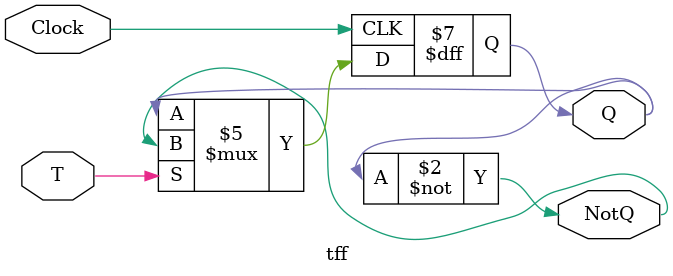
<source format=v>
module tff(
    input T, Clock,
    output reg Q,
    output NotQ
);

    initial begin
        Q = 0;
    end
    
    always @(posedge Clock) begin
        if(T) begin
            Q = NotQ;
        end else
            Q = Q;
    end
    
    assign NotQ = ~Q;


endmodule
</source>
